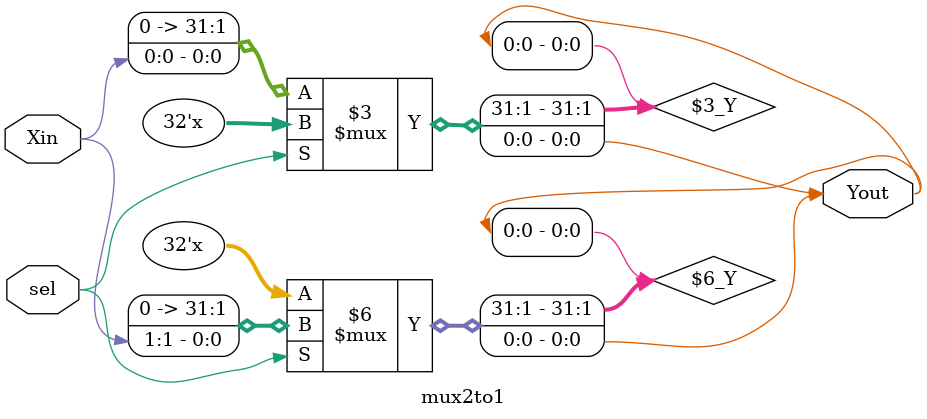
<source format=v>
`timescale 1ns / 1ps


module mux2to1(input [1:0] Xin,
               input sel,
               output Yout);
    
    assign Yout = (sel == 0) ? Xin[0] : 'bz;
    assign Yout = (sel == 1) ? Xin[1] : 'bz;
endmodule

</source>
